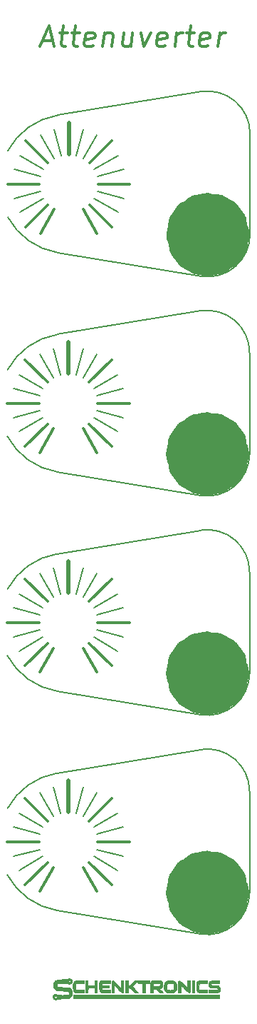
<source format=gbr>
G04 #@! TF.GenerationSoftware,KiCad,Pcbnew,(5.1.4)-1*
G04 #@! TF.CreationDate,2019-11-28T12:25:54-08:00*
G04 #@! TF.ProjectId,AttenuverterFaceplate,41747465-6e75-4766-9572-746572466163,rev?*
G04 #@! TF.SameCoordinates,Original*
G04 #@! TF.FileFunction,Legend,Top*
G04 #@! TF.FilePolarity,Positive*
%FSLAX46Y46*%
G04 Gerber Fmt 4.6, Leading zero omitted, Abs format (unit mm)*
G04 Created by KiCad (PCBNEW (5.1.4)-1) date 2019-11-28 12:25:54*
%MOMM*%
%LPD*%
G04 APERTURE LIST*
%ADD10C,0.300000*%
%ADD11C,0.200000*%
%ADD12C,5.000000*%
%ADD13C,0.500000*%
%ADD14C,0.010000*%
G04 APERTURE END LIST*
D10*
X119131130Y-34016666D02*
X120321607Y-34016666D01*
X118803750Y-34730952D02*
X119949583Y-32230952D01*
X120470416Y-34730952D01*
X121154940Y-33064285D02*
X122107321Y-33064285D01*
X121616250Y-32230952D02*
X121348392Y-34373809D01*
X121437678Y-34611904D01*
X121660892Y-34730952D01*
X121898988Y-34730952D01*
X122583511Y-33064285D02*
X123535892Y-33064285D01*
X123044821Y-32230952D02*
X122776964Y-34373809D01*
X122866250Y-34611904D01*
X123089464Y-34730952D01*
X123327559Y-34730952D01*
X125128154Y-34611904D02*
X124875178Y-34730952D01*
X124398988Y-34730952D01*
X124175773Y-34611904D01*
X124086488Y-34373809D01*
X124205535Y-33421428D01*
X124354345Y-33183333D01*
X124607321Y-33064285D01*
X125083511Y-33064285D01*
X125306726Y-33183333D01*
X125396011Y-33421428D01*
X125366250Y-33659523D01*
X124146011Y-33897619D01*
X126512083Y-33064285D02*
X126303750Y-34730952D01*
X126482321Y-33302380D02*
X126616250Y-33183333D01*
X126869226Y-33064285D01*
X127226369Y-33064285D01*
X127449583Y-33183333D01*
X127538869Y-33421428D01*
X127375178Y-34730952D01*
X129845416Y-33064285D02*
X129637083Y-34730952D01*
X128773988Y-33064285D02*
X128610297Y-34373809D01*
X128699583Y-34611904D01*
X128922797Y-34730952D01*
X129279940Y-34730952D01*
X129532916Y-34611904D01*
X129666845Y-34492857D01*
X130797797Y-33064285D02*
X131184702Y-34730952D01*
X131988273Y-33064285D01*
X133699583Y-34611904D02*
X133446607Y-34730952D01*
X132970416Y-34730952D01*
X132747202Y-34611904D01*
X132657916Y-34373809D01*
X132776964Y-33421428D01*
X132925773Y-33183333D01*
X133178750Y-33064285D01*
X133654940Y-33064285D01*
X133878154Y-33183333D01*
X133967440Y-33421428D01*
X133937678Y-33659523D01*
X132717440Y-33897619D01*
X134875178Y-34730952D02*
X135083511Y-33064285D01*
X135023988Y-33540476D02*
X135172797Y-33302380D01*
X135306726Y-33183333D01*
X135559702Y-33064285D01*
X135797797Y-33064285D01*
X136273988Y-33064285D02*
X137226369Y-33064285D01*
X136735297Y-32230952D02*
X136467440Y-34373809D01*
X136556726Y-34611904D01*
X136779940Y-34730952D01*
X137018035Y-34730952D01*
X138818630Y-34611904D02*
X138565654Y-34730952D01*
X138089464Y-34730952D01*
X137866250Y-34611904D01*
X137776964Y-34373809D01*
X137896011Y-33421428D01*
X138044821Y-33183333D01*
X138297797Y-33064285D01*
X138773988Y-33064285D01*
X138997202Y-33183333D01*
X139086488Y-33421428D01*
X139056726Y-33659523D01*
X137836488Y-33897619D01*
X139994226Y-34730952D02*
X140202559Y-33064285D01*
X140143035Y-33540476D02*
X140291845Y-33302380D01*
X140425773Y-33183333D01*
X140678750Y-33064285D01*
X140916845Y-33064285D01*
X118700000Y-129000000D02*
X114950000Y-129000000D01*
D11*
X118819259Y-129905867D02*
X115680000Y-130747029D01*
D10*
X119725126Y-131474874D02*
X117073475Y-134126525D01*
X120450000Y-132031089D02*
X118825000Y-134845672D01*
D11*
X119168911Y-130750000D02*
X116354328Y-132375000D01*
D10*
X119725126Y-126525127D02*
X117073475Y-123873476D01*
D11*
X118819259Y-128094134D02*
X115680000Y-127252972D01*
X119168911Y-127250000D02*
X116354328Y-125625000D01*
X120868372Y-137141823D02*
X137942953Y-139934438D01*
X114950000Y-125062997D02*
G75*
G02X120868372Y-120858178I7250000J-3937003D01*
G01*
X137942953Y-118065562D02*
G75*
G02X143750000Y-123000000I807047J-4934438D01*
G01*
X120868373Y-137141822D02*
G75*
G02X114950000Y-132937004I1331627J8141822D01*
G01*
X143750000Y-123000000D02*
X143750000Y-135000000D01*
D10*
X123950000Y-132031089D02*
X125575000Y-134845672D01*
D11*
X143750000Y-135000000D02*
G75*
G02X137942953Y-139934438I-5000000J0D01*
G01*
D10*
X124674873Y-131474874D02*
X127326524Y-134126525D01*
D11*
X120868372Y-120858178D02*
X137942953Y-118065563D01*
D12*
X141200000Y-135000000D02*
G75*
G03X141200000Y-135000000I-2450000J0D01*
G01*
D11*
X125231088Y-127250000D02*
X128045671Y-125625000D01*
X125231088Y-130750000D02*
X128045671Y-132375000D01*
D13*
X122200000Y-125500000D02*
X122200000Y-121750000D01*
D11*
X125580740Y-129905867D02*
X128719999Y-130747029D01*
X123950000Y-125968912D02*
X125575000Y-123154329D01*
X125580740Y-128094134D02*
X128719999Y-127252972D01*
D10*
X124674873Y-126525127D02*
X127326524Y-123873476D01*
D11*
X123105866Y-125619260D02*
X123947028Y-122480001D01*
X121294133Y-125619260D02*
X120452971Y-122480001D01*
X120450000Y-125968912D02*
X118825000Y-123154329D01*
D10*
X125700000Y-129000000D02*
X129450000Y-129000000D01*
X118700000Y-103000000D02*
X114950000Y-103000000D01*
D11*
X118819259Y-103905867D02*
X115680000Y-104747029D01*
D10*
X119725126Y-105474874D02*
X117073475Y-108126525D01*
X120450000Y-106031089D02*
X118825000Y-108845672D01*
D11*
X119168911Y-104750000D02*
X116354328Y-106375000D01*
D10*
X119725126Y-100525127D02*
X117073475Y-97873476D01*
D11*
X118819259Y-102094134D02*
X115680000Y-101252972D01*
X119168911Y-101250000D02*
X116354328Y-99625000D01*
X120868372Y-111141823D02*
X137942953Y-113934438D01*
X114950000Y-99062997D02*
G75*
G02X120868372Y-94858178I7250000J-3937003D01*
G01*
X137942953Y-92065562D02*
G75*
G02X143750000Y-97000000I807047J-4934438D01*
G01*
X120868373Y-111141822D02*
G75*
G02X114950000Y-106937004I1331627J8141822D01*
G01*
X143750000Y-97000000D02*
X143750000Y-109000000D01*
D10*
X123950000Y-106031089D02*
X125575000Y-108845672D01*
D11*
X143750000Y-109000000D02*
G75*
G02X137942953Y-113934438I-5000000J0D01*
G01*
D10*
X124674873Y-105474874D02*
X127326524Y-108126525D01*
D11*
X120868372Y-94858178D02*
X137942953Y-92065563D01*
D12*
X141200000Y-109000000D02*
G75*
G03X141200000Y-109000000I-2450000J0D01*
G01*
D11*
X125231088Y-101250000D02*
X128045671Y-99625000D01*
X125231088Y-104750000D02*
X128045671Y-106375000D01*
D13*
X122200000Y-99500000D02*
X122200000Y-95750000D01*
D11*
X125580740Y-103905867D02*
X128719999Y-104747029D01*
X123950000Y-99968912D02*
X125575000Y-97154329D01*
X125580740Y-102094134D02*
X128719999Y-101252972D01*
D10*
X124674873Y-100525127D02*
X127326524Y-97873476D01*
D11*
X123105866Y-99619260D02*
X123947028Y-96480001D01*
X121294133Y-99619260D02*
X120452971Y-96480001D01*
X120450000Y-99968912D02*
X118825000Y-97154329D01*
D10*
X125700000Y-103000000D02*
X129450000Y-103000000D01*
X118700000Y-77000000D02*
X114950000Y-77000000D01*
D11*
X118819259Y-77905867D02*
X115680000Y-78747029D01*
D10*
X119725126Y-79474874D02*
X117073475Y-82126525D01*
X120450000Y-80031089D02*
X118825000Y-82845672D01*
D11*
X119168911Y-78750000D02*
X116354328Y-80375000D01*
D10*
X119725126Y-74525127D02*
X117073475Y-71873476D01*
D11*
X118819259Y-76094134D02*
X115680000Y-75252972D01*
X119168911Y-75250000D02*
X116354328Y-73625000D01*
X120868372Y-85141823D02*
X137942953Y-87934438D01*
X114950000Y-73062997D02*
G75*
G02X120868372Y-68858178I7250000J-3937003D01*
G01*
X137942953Y-66065562D02*
G75*
G02X143750000Y-71000000I807047J-4934438D01*
G01*
X120868373Y-85141822D02*
G75*
G02X114950000Y-80937004I1331627J8141822D01*
G01*
X143750000Y-71000000D02*
X143750000Y-83000000D01*
D10*
X123950000Y-80031089D02*
X125575000Y-82845672D01*
D11*
X143750000Y-83000000D02*
G75*
G02X137942953Y-87934438I-5000000J0D01*
G01*
D10*
X124674873Y-79474874D02*
X127326524Y-82126525D01*
D11*
X120868372Y-68858178D02*
X137942953Y-66065563D01*
D12*
X141200000Y-83000000D02*
G75*
G03X141200000Y-83000000I-2450000J0D01*
G01*
D11*
X125231088Y-75250000D02*
X128045671Y-73625000D01*
X125231088Y-78750000D02*
X128045671Y-80375000D01*
D13*
X122200000Y-73500000D02*
X122200000Y-69750000D01*
D11*
X125580740Y-77905867D02*
X128719999Y-78747029D01*
X123950000Y-73968912D02*
X125575000Y-71154329D01*
X125580740Y-76094134D02*
X128719999Y-75252972D01*
D10*
X124674873Y-74525127D02*
X127326524Y-71873476D01*
D11*
X123105866Y-73619260D02*
X123947028Y-70480001D01*
X121294133Y-73619260D02*
X120452971Y-70480001D01*
X120450000Y-73968912D02*
X118825000Y-71154329D01*
D10*
X125700000Y-77000000D02*
X129450000Y-77000000D01*
D12*
X141250000Y-57000000D02*
G75*
G03X141250000Y-57000000I-2450000J0D01*
G01*
D10*
X118750000Y-51000000D02*
X115000000Y-51000000D01*
D11*
X118869259Y-51905867D02*
X115730000Y-52747029D01*
D10*
X119775126Y-53474874D02*
X117123475Y-56126525D01*
X120500000Y-54031089D02*
X118875000Y-56845672D01*
D11*
X119218911Y-52750000D02*
X116404328Y-54375000D01*
D10*
X119775126Y-48525127D02*
X117123475Y-45873476D01*
D11*
X118869259Y-50094134D02*
X115730000Y-49252972D01*
X119218911Y-49250000D02*
X116404328Y-47625000D01*
X120918372Y-59141823D02*
X137992953Y-61934438D01*
X115000000Y-47062997D02*
G75*
G02X120918372Y-42858178I7250000J-3937003D01*
G01*
X137992953Y-40065562D02*
G75*
G02X143800000Y-45000000I807047J-4934438D01*
G01*
X120918373Y-59141822D02*
G75*
G02X115000000Y-54937004I1331627J8141822D01*
G01*
X143800000Y-45000000D02*
X143800000Y-57000000D01*
D10*
X124000000Y-54031089D02*
X125625000Y-56845672D01*
D11*
X143800000Y-57000000D02*
G75*
G02X137992953Y-61934438I-5000000J0D01*
G01*
D10*
X124724873Y-53474874D02*
X127376524Y-56126525D01*
D11*
X120918372Y-42858178D02*
X137992953Y-40065563D01*
X125281088Y-49250000D02*
X128095671Y-47625000D01*
X125281088Y-52750000D02*
X128095671Y-54375000D01*
D13*
X122250000Y-47500000D02*
X122250000Y-43750000D01*
D11*
X125630740Y-51905867D02*
X128769999Y-52747029D01*
X124000000Y-47968912D02*
X125625000Y-45154329D01*
X125630740Y-50094134D02*
X128769999Y-49252972D01*
D10*
X124724873Y-48525127D02*
X127376524Y-45873476D01*
D11*
X123155866Y-47619260D02*
X123997028Y-44480001D01*
X121344133Y-47619260D02*
X120502971Y-44480001D01*
X120500000Y-47968912D02*
X118875000Y-45154329D01*
D10*
X125750000Y-51000000D02*
X129500000Y-51000000D01*
D14*
G36*
X122393131Y-145209285D02*
G01*
X122457426Y-145239357D01*
X122528883Y-145303876D01*
X122529864Y-145304885D01*
X122593577Y-145379891D01*
X122623092Y-145447873D01*
X122630000Y-145529722D01*
X122622362Y-145615085D01*
X122591556Y-145681644D01*
X122530281Y-145751170D01*
X122456807Y-145815089D01*
X122389480Y-145844343D01*
X122311559Y-145850783D01*
X122197818Y-145834199D01*
X122100151Y-145794339D01*
X122062842Y-145774403D01*
X122019949Y-145759777D01*
X121962545Y-145749653D01*
X121881703Y-145743223D01*
X121768498Y-145739680D01*
X121614001Y-145738218D01*
X121477126Y-145738000D01*
X121291625Y-145738240D01*
X121154156Y-145739581D01*
X121056304Y-145742950D01*
X120989657Y-145749275D01*
X120945801Y-145759485D01*
X120916325Y-145774509D01*
X120892814Y-145795273D01*
X120885142Y-145803319D01*
X120834683Y-145891667D01*
X120819277Y-145997807D01*
X120838232Y-146101223D01*
X120890852Y-146181399D01*
X120898139Y-146187507D01*
X120926999Y-146207576D01*
X120960869Y-146222457D01*
X121008096Y-146232919D01*
X121077029Y-146239734D01*
X121176017Y-146243671D01*
X121313409Y-146245501D01*
X121497553Y-146245993D01*
X121532081Y-146246000D01*
X121729698Y-146246587D01*
X121880521Y-146248868D01*
X121994194Y-146253626D01*
X122080361Y-146261640D01*
X122148664Y-146273691D01*
X122208748Y-146290562D01*
X122246239Y-146303835D01*
X122413529Y-146394020D01*
X122540242Y-146521578D01*
X122622732Y-146681200D01*
X122657355Y-146867573D01*
X122658222Y-146904104D01*
X122636593Y-147105369D01*
X122570691Y-147272430D01*
X122458992Y-147407940D01*
X122310750Y-147508986D01*
X122260674Y-147534406D01*
X122214537Y-147553641D01*
X122163529Y-147567711D01*
X122098835Y-147577635D01*
X122011644Y-147584434D01*
X121893142Y-147589126D01*
X121734518Y-147592732D01*
X121561233Y-147595710D01*
X121357594Y-147599533D01*
X121202302Y-147603935D01*
X121087261Y-147609662D01*
X121004376Y-147617463D01*
X120945549Y-147628083D01*
X120902684Y-147642269D01*
X120869789Y-147659474D01*
X120738360Y-147709671D01*
X120604080Y-147707377D01*
X120479285Y-147653563D01*
X120443760Y-147625965D01*
X120382530Y-147565462D01*
X120353156Y-147508755D01*
X120344331Y-147429889D01*
X120344038Y-147400716D01*
X120521857Y-147400716D01*
X120525522Y-147425275D01*
X120571902Y-147491015D01*
X120647016Y-147520573D01*
X120733502Y-147510340D01*
X120788500Y-147479941D01*
X120822016Y-147425450D01*
X120813967Y-147361108D01*
X120772975Y-147302893D01*
X120707663Y-147266787D01*
X120670914Y-147262000D01*
X120598939Y-147283411D01*
X120543912Y-147335648D01*
X120521857Y-147400716D01*
X120344038Y-147400716D01*
X120344000Y-147396938D01*
X120348888Y-147305565D01*
X120371499Y-147243255D01*
X120423750Y-147182929D01*
X120448293Y-147159973D01*
X120562264Y-147086459D01*
X120683752Y-147061128D01*
X120800525Y-147085141D01*
X120859701Y-147120889D01*
X120887268Y-147139758D01*
X120920732Y-147153896D01*
X120968087Y-147163981D01*
X121037325Y-147170688D01*
X121136437Y-147174693D01*
X121273415Y-147176674D01*
X121456252Y-147177305D01*
X121526729Y-147177333D01*
X121725717Y-147177014D01*
X121876039Y-147175615D01*
X121985473Y-147172468D01*
X122061795Y-147166908D01*
X122112784Y-147158270D01*
X122146217Y-147145888D01*
X122169870Y-147129096D01*
X122177727Y-147121606D01*
X122242687Y-147020137D01*
X122258338Y-146903446D01*
X122224034Y-146784906D01*
X122196124Y-146739889D01*
X122179354Y-146721446D01*
X122154519Y-146707178D01*
X122114282Y-146696291D01*
X122051307Y-146687992D01*
X121958257Y-146681490D01*
X121827795Y-146675992D01*
X121652583Y-146670704D01*
X121524621Y-146667347D01*
X121296841Y-146660705D01*
X121117484Y-146652644D01*
X120978530Y-146641450D01*
X120871956Y-146625406D01*
X120789743Y-146602799D01*
X120723870Y-146571912D01*
X120666315Y-146531030D01*
X120609058Y-146478440D01*
X120600254Y-146469690D01*
X120507333Y-146363113D01*
X120450463Y-146257447D01*
X120422211Y-146133518D01*
X120415116Y-145992000D01*
X120418095Y-145871111D01*
X120431136Y-145784145D01*
X120459241Y-145708807D01*
X120492275Y-145648122D01*
X120543077Y-145571983D01*
X122159215Y-145571983D01*
X122199469Y-145627744D01*
X122284207Y-145652473D01*
X122308362Y-145653333D01*
X122377663Y-145644934D01*
X122411385Y-145611828D01*
X122420344Y-145584814D01*
X122426435Y-145505703D01*
X122418484Y-145456254D01*
X122394627Y-145416016D01*
X122346393Y-145402870D01*
X122296506Y-145404828D01*
X122220954Y-145420219D01*
X122180282Y-145458699D01*
X122167048Y-145489369D01*
X122159215Y-145571983D01*
X120543077Y-145571983D01*
X120559032Y-145548072D01*
X120633019Y-145469611D01*
X120721729Y-145410288D01*
X120832655Y-145367654D01*
X120973288Y-145339259D01*
X121151122Y-145322652D01*
X121373649Y-145315384D01*
X121512652Y-145314480D01*
X121697063Y-145313901D01*
X121834055Y-145311748D01*
X121932651Y-145307168D01*
X122001872Y-145299309D01*
X122050738Y-145287319D01*
X122088273Y-145270344D01*
X122107889Y-145258222D01*
X122209023Y-145215672D01*
X122311141Y-145201963D01*
X122393131Y-145209285D01*
X122393131Y-145209285D01*
G37*
X122393131Y-145209285D02*
X122457426Y-145239357D01*
X122528883Y-145303876D01*
X122529864Y-145304885D01*
X122593577Y-145379891D01*
X122623092Y-145447873D01*
X122630000Y-145529722D01*
X122622362Y-145615085D01*
X122591556Y-145681644D01*
X122530281Y-145751170D01*
X122456807Y-145815089D01*
X122389480Y-145844343D01*
X122311559Y-145850783D01*
X122197818Y-145834199D01*
X122100151Y-145794339D01*
X122062842Y-145774403D01*
X122019949Y-145759777D01*
X121962545Y-145749653D01*
X121881703Y-145743223D01*
X121768498Y-145739680D01*
X121614001Y-145738218D01*
X121477126Y-145738000D01*
X121291625Y-145738240D01*
X121154156Y-145739581D01*
X121056304Y-145742950D01*
X120989657Y-145749275D01*
X120945801Y-145759485D01*
X120916325Y-145774509D01*
X120892814Y-145795273D01*
X120885142Y-145803319D01*
X120834683Y-145891667D01*
X120819277Y-145997807D01*
X120838232Y-146101223D01*
X120890852Y-146181399D01*
X120898139Y-146187507D01*
X120926999Y-146207576D01*
X120960869Y-146222457D01*
X121008096Y-146232919D01*
X121077029Y-146239734D01*
X121176017Y-146243671D01*
X121313409Y-146245501D01*
X121497553Y-146245993D01*
X121532081Y-146246000D01*
X121729698Y-146246587D01*
X121880521Y-146248868D01*
X121994194Y-146253626D01*
X122080361Y-146261640D01*
X122148664Y-146273691D01*
X122208748Y-146290562D01*
X122246239Y-146303835D01*
X122413529Y-146394020D01*
X122540242Y-146521578D01*
X122622732Y-146681200D01*
X122657355Y-146867573D01*
X122658222Y-146904104D01*
X122636593Y-147105369D01*
X122570691Y-147272430D01*
X122458992Y-147407940D01*
X122310750Y-147508986D01*
X122260674Y-147534406D01*
X122214537Y-147553641D01*
X122163529Y-147567711D01*
X122098835Y-147577635D01*
X122011644Y-147584434D01*
X121893142Y-147589126D01*
X121734518Y-147592732D01*
X121561233Y-147595710D01*
X121357594Y-147599533D01*
X121202302Y-147603935D01*
X121087261Y-147609662D01*
X121004376Y-147617463D01*
X120945549Y-147628083D01*
X120902684Y-147642269D01*
X120869789Y-147659474D01*
X120738360Y-147709671D01*
X120604080Y-147707377D01*
X120479285Y-147653563D01*
X120443760Y-147625965D01*
X120382530Y-147565462D01*
X120353156Y-147508755D01*
X120344331Y-147429889D01*
X120344038Y-147400716D01*
X120521857Y-147400716D01*
X120525522Y-147425275D01*
X120571902Y-147491015D01*
X120647016Y-147520573D01*
X120733502Y-147510340D01*
X120788500Y-147479941D01*
X120822016Y-147425450D01*
X120813967Y-147361108D01*
X120772975Y-147302893D01*
X120707663Y-147266787D01*
X120670914Y-147262000D01*
X120598939Y-147283411D01*
X120543912Y-147335648D01*
X120521857Y-147400716D01*
X120344038Y-147400716D01*
X120344000Y-147396938D01*
X120348888Y-147305565D01*
X120371499Y-147243255D01*
X120423750Y-147182929D01*
X120448293Y-147159973D01*
X120562264Y-147086459D01*
X120683752Y-147061128D01*
X120800525Y-147085141D01*
X120859701Y-147120889D01*
X120887268Y-147139758D01*
X120920732Y-147153896D01*
X120968087Y-147163981D01*
X121037325Y-147170688D01*
X121136437Y-147174693D01*
X121273415Y-147176674D01*
X121456252Y-147177305D01*
X121526729Y-147177333D01*
X121725717Y-147177014D01*
X121876039Y-147175615D01*
X121985473Y-147172468D01*
X122061795Y-147166908D01*
X122112784Y-147158270D01*
X122146217Y-147145888D01*
X122169870Y-147129096D01*
X122177727Y-147121606D01*
X122242687Y-147020137D01*
X122258338Y-146903446D01*
X122224034Y-146784906D01*
X122196124Y-146739889D01*
X122179354Y-146721446D01*
X122154519Y-146707178D01*
X122114282Y-146696291D01*
X122051307Y-146687992D01*
X121958257Y-146681490D01*
X121827795Y-146675992D01*
X121652583Y-146670704D01*
X121524621Y-146667347D01*
X121296841Y-146660705D01*
X121117484Y-146652644D01*
X120978530Y-146641450D01*
X120871956Y-146625406D01*
X120789743Y-146602799D01*
X120723870Y-146571912D01*
X120666315Y-146531030D01*
X120609058Y-146478440D01*
X120600254Y-146469690D01*
X120507333Y-146363113D01*
X120450463Y-146257447D01*
X120422211Y-146133518D01*
X120415116Y-145992000D01*
X120418095Y-145871111D01*
X120431136Y-145784145D01*
X120459241Y-145708807D01*
X120492275Y-145648122D01*
X120543077Y-145571983D01*
X122159215Y-145571983D01*
X122199469Y-145627744D01*
X122284207Y-145652473D01*
X122308362Y-145653333D01*
X122377663Y-145644934D01*
X122411385Y-145611828D01*
X122420344Y-145584814D01*
X122426435Y-145505703D01*
X122418484Y-145456254D01*
X122394627Y-145416016D01*
X122346393Y-145402870D01*
X122296506Y-145404828D01*
X122220954Y-145420219D01*
X122180282Y-145458699D01*
X122167048Y-145489369D01*
X122159215Y-145571983D01*
X120543077Y-145571983D01*
X120559032Y-145548072D01*
X120633019Y-145469611D01*
X120721729Y-145410288D01*
X120832655Y-145367654D01*
X120973288Y-145339259D01*
X121151122Y-145322652D01*
X121373649Y-145315384D01*
X121512652Y-145314480D01*
X121697063Y-145313901D01*
X121834055Y-145311748D01*
X121932651Y-145307168D01*
X122001872Y-145299309D01*
X122050738Y-145287319D01*
X122088273Y-145270344D01*
X122107889Y-145258222D01*
X122209023Y-145215672D01*
X122311141Y-145201963D01*
X122393131Y-145209285D01*
G36*
X140156000Y-147516000D02*
G01*
X122827556Y-147516000D01*
X122827556Y-147120889D01*
X140156000Y-147120889D01*
X140156000Y-147516000D01*
X140156000Y-147516000D01*
G37*
X140156000Y-147516000D02*
X122827556Y-147516000D01*
X122827556Y-147120889D01*
X140156000Y-147120889D01*
X140156000Y-147516000D01*
G36*
X127535130Y-145452814D02*
G01*
X127570325Y-145481186D01*
X127637893Y-145544018D01*
X127731280Y-145634897D01*
X127843933Y-145747408D01*
X127969296Y-145875140D01*
X128016800Y-145924156D01*
X128443778Y-146366228D01*
X128443778Y-145455778D01*
X128754222Y-145455778D01*
X128754222Y-146128737D01*
X128753916Y-146342268D01*
X128752656Y-146506464D01*
X128749934Y-146628434D01*
X128745240Y-146715283D01*
X128738063Y-146774121D01*
X128727895Y-146812054D01*
X128714225Y-146836191D01*
X128702611Y-146848403D01*
X128640050Y-146885424D01*
X128595768Y-146895111D01*
X128556738Y-146874465D01*
X128483497Y-146814491D01*
X128379238Y-146718133D01*
X128247151Y-146588335D01*
X128098576Y-146436500D01*
X127656615Y-145977889D01*
X127655085Y-146422389D01*
X127653556Y-146866889D01*
X127343111Y-146866889D01*
X127343111Y-145513523D01*
X127411774Y-145468533D01*
X127478703Y-145439685D01*
X127535130Y-145452814D01*
X127535130Y-145452814D01*
G37*
X127535130Y-145452814D02*
X127570325Y-145481186D01*
X127637893Y-145544018D01*
X127731280Y-145634897D01*
X127843933Y-145747408D01*
X127969296Y-145875140D01*
X128016800Y-145924156D01*
X128443778Y-146366228D01*
X128443778Y-145455778D01*
X128754222Y-145455778D01*
X128754222Y-146128737D01*
X128753916Y-146342268D01*
X128752656Y-146506464D01*
X128749934Y-146628434D01*
X128745240Y-146715283D01*
X128738063Y-146774121D01*
X128727895Y-146812054D01*
X128714225Y-146836191D01*
X128702611Y-146848403D01*
X128640050Y-146885424D01*
X128595768Y-146895111D01*
X128556738Y-146874465D01*
X128483497Y-146814491D01*
X128379238Y-146718133D01*
X128247151Y-146588335D01*
X128098576Y-146436500D01*
X127656615Y-145977889D01*
X127655085Y-146422389D01*
X127653556Y-146866889D01*
X127343111Y-146866889D01*
X127343111Y-145513523D01*
X127411774Y-145468533D01*
X127478703Y-145439685D01*
X127535130Y-145452814D01*
G36*
X134556468Y-145447278D02*
G01*
X134628122Y-145456790D01*
X134685426Y-145474597D01*
X134742406Y-145503033D01*
X134771861Y-145520028D01*
X134901394Y-145618747D01*
X134991610Y-145743243D01*
X135046745Y-145901614D01*
X135070486Y-146090757D01*
X135068210Y-146311482D01*
X135034566Y-146490347D01*
X134967714Y-146633602D01*
X134880667Y-146734523D01*
X134793297Y-146800137D01*
X134699613Y-146851052D01*
X134661720Y-146864853D01*
X134563498Y-146881804D01*
X134431798Y-146890943D01*
X134284983Y-146892485D01*
X134141413Y-146886643D01*
X134019451Y-146873630D01*
X133944893Y-146856528D01*
X133797652Y-146787229D01*
X133688602Y-146694652D01*
X133613942Y-146572022D01*
X133569870Y-146412562D01*
X133552586Y-146209496D01*
X133552202Y-146174509D01*
X133862444Y-146174509D01*
X133863172Y-146298409D01*
X133867703Y-146379548D01*
X133879564Y-146431609D01*
X133902279Y-146468276D01*
X133939371Y-146503233D01*
X133949276Y-146511602D01*
X133993340Y-146545208D01*
X134038173Y-146566573D01*
X134097637Y-146578441D01*
X134185594Y-146583558D01*
X134315906Y-146584666D01*
X134318336Y-146584666D01*
X134447680Y-146583911D01*
X134534056Y-146579613D01*
X134590939Y-146568724D01*
X134631804Y-146548197D01*
X134670125Y-146514984D01*
X134683060Y-146502171D01*
X134724195Y-146457147D01*
X134748770Y-146413056D01*
X134761020Y-146353888D01*
X134765180Y-146263634D01*
X134765556Y-146190325D01*
X134758144Y-146023484D01*
X134731359Y-145901436D01*
X134678371Y-145818170D01*
X134592352Y-145767675D01*
X134466475Y-145743941D01*
X134293912Y-145740958D01*
X134256457Y-145742196D01*
X134132883Y-145748100D01*
X134051828Y-145756852D01*
X133999374Y-145772257D01*
X133961603Y-145798120D01*
X133930537Y-145831296D01*
X133898116Y-145874362D01*
X133877947Y-145921256D01*
X133867188Y-145986308D01*
X133862995Y-146083845D01*
X133862444Y-146174509D01*
X133552202Y-146174509D01*
X133552000Y-146156215D01*
X133560287Y-145972468D01*
X133587828Y-145829811D01*
X133638639Y-145714985D01*
X133715775Y-145615744D01*
X133791832Y-145546789D01*
X133874676Y-145498555D01*
X133976167Y-145467632D01*
X134108167Y-145450612D01*
X134282536Y-145444085D01*
X134314000Y-145443794D01*
X134456435Y-145443724D01*
X134556468Y-145447278D01*
X134556468Y-145447278D01*
G37*
X134556468Y-145447278D02*
X134628122Y-145456790D01*
X134685426Y-145474597D01*
X134742406Y-145503033D01*
X134771861Y-145520028D01*
X134901394Y-145618747D01*
X134991610Y-145743243D01*
X135046745Y-145901614D01*
X135070486Y-146090757D01*
X135068210Y-146311482D01*
X135034566Y-146490347D01*
X134967714Y-146633602D01*
X134880667Y-146734523D01*
X134793297Y-146800137D01*
X134699613Y-146851052D01*
X134661720Y-146864853D01*
X134563498Y-146881804D01*
X134431798Y-146890943D01*
X134284983Y-146892485D01*
X134141413Y-146886643D01*
X134019451Y-146873630D01*
X133944893Y-146856528D01*
X133797652Y-146787229D01*
X133688602Y-146694652D01*
X133613942Y-146572022D01*
X133569870Y-146412562D01*
X133552586Y-146209496D01*
X133552202Y-146174509D01*
X133862444Y-146174509D01*
X133863172Y-146298409D01*
X133867703Y-146379548D01*
X133879564Y-146431609D01*
X133902279Y-146468276D01*
X133939371Y-146503233D01*
X133949276Y-146511602D01*
X133993340Y-146545208D01*
X134038173Y-146566573D01*
X134097637Y-146578441D01*
X134185594Y-146583558D01*
X134315906Y-146584666D01*
X134318336Y-146584666D01*
X134447680Y-146583911D01*
X134534056Y-146579613D01*
X134590939Y-146568724D01*
X134631804Y-146548197D01*
X134670125Y-146514984D01*
X134683060Y-146502171D01*
X134724195Y-146457147D01*
X134748770Y-146413056D01*
X134761020Y-146353888D01*
X134765180Y-146263634D01*
X134765556Y-146190325D01*
X134758144Y-146023484D01*
X134731359Y-145901436D01*
X134678371Y-145818170D01*
X134592352Y-145767675D01*
X134466475Y-145743941D01*
X134293912Y-145740958D01*
X134256457Y-145742196D01*
X134132883Y-145748100D01*
X134051828Y-145756852D01*
X133999374Y-145772257D01*
X133961603Y-145798120D01*
X133930537Y-145831296D01*
X133898116Y-145874362D01*
X133877947Y-145921256D01*
X133867188Y-145986308D01*
X133862995Y-146083845D01*
X133862444Y-146174509D01*
X133552202Y-146174509D01*
X133552000Y-146156215D01*
X133560287Y-145972468D01*
X133587828Y-145829811D01*
X133638639Y-145714985D01*
X133715775Y-145615744D01*
X133791832Y-145546789D01*
X133874676Y-145498555D01*
X133976167Y-145467632D01*
X134108167Y-145450612D01*
X134282536Y-145444085D01*
X134314000Y-145443794D01*
X134456435Y-145443724D01*
X134556468Y-145447278D01*
G36*
X135449684Y-145446084D02*
G01*
X135511875Y-145500595D01*
X135601065Y-145584653D01*
X135711307Y-145692579D01*
X135836655Y-145818695D01*
X135915468Y-145899523D01*
X136373936Y-146373000D01*
X136374222Y-145455778D01*
X136684667Y-145455778D01*
X136684667Y-146112720D01*
X136684121Y-146329073D01*
X136682198Y-146496053D01*
X136678464Y-146620725D01*
X136672490Y-146710153D01*
X136663845Y-146771400D01*
X136652095Y-146811531D01*
X136640733Y-146832387D01*
X136607033Y-146872503D01*
X136570815Y-146893185D01*
X136526972Y-146891180D01*
X136470396Y-146863234D01*
X136395981Y-146806091D01*
X136298618Y-146716499D01*
X136173199Y-146591202D01*
X136030630Y-146443670D01*
X135904168Y-146312625D01*
X135790379Y-146196519D01*
X135695136Y-146101194D01*
X135624309Y-146032496D01*
X135583770Y-145996267D01*
X135576944Y-145992114D01*
X135569691Y-146018695D01*
X135563508Y-146092123D01*
X135558861Y-146202807D01*
X135556214Y-146341153D01*
X135555778Y-146429444D01*
X135555778Y-146866889D01*
X135245333Y-146866889D01*
X135245333Y-145566101D01*
X135314606Y-145496828D01*
X135371490Y-145449544D01*
X135417355Y-145427073D01*
X135420439Y-145426801D01*
X135449684Y-145446084D01*
X135449684Y-145446084D01*
G37*
X135449684Y-145446084D02*
X135511875Y-145500595D01*
X135601065Y-145584653D01*
X135711307Y-145692579D01*
X135836655Y-145818695D01*
X135915468Y-145899523D01*
X136373936Y-146373000D01*
X136374222Y-145455778D01*
X136684667Y-145455778D01*
X136684667Y-146112720D01*
X136684121Y-146329073D01*
X136682198Y-146496053D01*
X136678464Y-146620725D01*
X136672490Y-146710153D01*
X136663845Y-146771400D01*
X136652095Y-146811531D01*
X136640733Y-146832387D01*
X136607033Y-146872503D01*
X136570815Y-146893185D01*
X136526972Y-146891180D01*
X136470396Y-146863234D01*
X136395981Y-146806091D01*
X136298618Y-146716499D01*
X136173199Y-146591202D01*
X136030630Y-146443670D01*
X135904168Y-146312625D01*
X135790379Y-146196519D01*
X135695136Y-146101194D01*
X135624309Y-146032496D01*
X135583770Y-145996267D01*
X135576944Y-145992114D01*
X135569691Y-146018695D01*
X135563508Y-146092123D01*
X135558861Y-146202807D01*
X135556214Y-146341153D01*
X135555778Y-146429444D01*
X135555778Y-146866889D01*
X135245333Y-146866889D01*
X135245333Y-145566101D01*
X135314606Y-145496828D01*
X135371490Y-145449544D01*
X135417355Y-145427073D01*
X135420439Y-145426801D01*
X135449684Y-145446084D01*
G36*
X124041111Y-145764889D02*
G01*
X123554278Y-145772611D01*
X123067444Y-145780333D01*
X123059592Y-146168389D01*
X123051740Y-146556444D01*
X124041111Y-146556444D01*
X124041111Y-146866889D01*
X123523174Y-146866889D01*
X123339135Y-146866537D01*
X123202426Y-146864844D01*
X123103933Y-146860853D01*
X123034543Y-146853605D01*
X122985141Y-146842144D01*
X122946615Y-146825513D01*
X122909850Y-146802754D01*
X122909340Y-146802411D01*
X122849828Y-146753389D01*
X122806200Y-146692104D01*
X122776152Y-146609615D01*
X122757376Y-146496983D01*
X122747568Y-146345266D01*
X122744482Y-146163188D01*
X122744933Y-146002071D01*
X122748776Y-145885178D01*
X122757382Y-145800328D01*
X122772122Y-145735336D01*
X122794367Y-145678020D01*
X122800581Y-145664867D01*
X122837979Y-145596856D01*
X122880949Y-145545299D01*
X122937456Y-145507957D01*
X123015466Y-145482590D01*
X123122943Y-145466961D01*
X123267853Y-145458829D01*
X123458160Y-145455956D01*
X123544432Y-145455778D01*
X124041111Y-145455778D01*
X124041111Y-145764889D01*
X124041111Y-145764889D01*
G37*
X124041111Y-145764889D02*
X123554278Y-145772611D01*
X123067444Y-145780333D01*
X123059592Y-146168389D01*
X123051740Y-146556444D01*
X124041111Y-146556444D01*
X124041111Y-146866889D01*
X123523174Y-146866889D01*
X123339135Y-146866537D01*
X123202426Y-146864844D01*
X123103933Y-146860853D01*
X123034543Y-146853605D01*
X122985141Y-146842144D01*
X122946615Y-146825513D01*
X122909850Y-146802754D01*
X122909340Y-146802411D01*
X122849828Y-146753389D01*
X122806200Y-146692104D01*
X122776152Y-146609615D01*
X122757376Y-146496983D01*
X122747568Y-146345266D01*
X122744482Y-146163188D01*
X122744933Y-146002071D01*
X122748776Y-145885178D01*
X122757382Y-145800328D01*
X122772122Y-145735336D01*
X122794367Y-145678020D01*
X122800581Y-145664867D01*
X122837979Y-145596856D01*
X122880949Y-145545299D01*
X122937456Y-145507957D01*
X123015466Y-145482590D01*
X123122943Y-145466961D01*
X123267853Y-145458829D01*
X123458160Y-145455956D01*
X123544432Y-145455778D01*
X124041111Y-145455778D01*
X124041111Y-145764889D01*
G36*
X124520889Y-146020222D02*
G01*
X125339333Y-146020222D01*
X125339333Y-145455778D01*
X125621556Y-145455778D01*
X125621556Y-146866889D01*
X125341377Y-146866889D01*
X125333300Y-146591722D01*
X125325222Y-146316555D01*
X124535000Y-146316555D01*
X124526922Y-146591722D01*
X124518845Y-146866889D01*
X124210444Y-146866889D01*
X124210444Y-145455778D01*
X124520889Y-145455778D01*
X124520889Y-146020222D01*
X124520889Y-146020222D01*
G37*
X124520889Y-146020222D02*
X125339333Y-146020222D01*
X125339333Y-145455778D01*
X125621556Y-145455778D01*
X125621556Y-146866889D01*
X125341377Y-146866889D01*
X125333300Y-146591722D01*
X125325222Y-146316555D01*
X124535000Y-146316555D01*
X124526922Y-146591722D01*
X124518845Y-146866889D01*
X124210444Y-146866889D01*
X124210444Y-145455778D01*
X124520889Y-145455778D01*
X124520889Y-146020222D01*
G36*
X127168197Y-145603944D02*
G01*
X127159667Y-145752111D01*
X126156193Y-145767531D01*
X126171889Y-146542333D01*
X127159667Y-146570555D01*
X127176727Y-146866889D01*
X126660197Y-146866246D01*
X126465883Y-146865095D01*
X126319355Y-146861753D01*
X126211974Y-146855560D01*
X126135102Y-146845857D01*
X126080102Y-146831983D01*
X126050479Y-146819678D01*
X125994164Y-146787837D01*
X125951341Y-146749932D01*
X125920188Y-146698261D01*
X125898882Y-146625118D01*
X125885602Y-146522801D01*
X125878525Y-146383605D01*
X125875830Y-146199826D01*
X125875556Y-146080084D01*
X125876221Y-145887873D01*
X125878610Y-145744371D01*
X125883315Y-145641853D01*
X125890925Y-145572596D01*
X125902031Y-145528875D01*
X125917224Y-145502966D01*
X125919905Y-145500127D01*
X125942321Y-145485155D01*
X125980419Y-145473887D01*
X126041432Y-145465829D01*
X126132594Y-145460488D01*
X126261138Y-145457371D01*
X126434299Y-145455984D01*
X126570491Y-145455778D01*
X127176727Y-145455778D01*
X127168197Y-145603944D01*
X127168197Y-145603944D01*
G37*
X127168197Y-145603944D02*
X127159667Y-145752111D01*
X126156193Y-145767531D01*
X126171889Y-146542333D01*
X127159667Y-146570555D01*
X127176727Y-146866889D01*
X126660197Y-146866246D01*
X126465883Y-146865095D01*
X126319355Y-146861753D01*
X126211974Y-146855560D01*
X126135102Y-146845857D01*
X126080102Y-146831983D01*
X126050479Y-146819678D01*
X125994164Y-146787837D01*
X125951341Y-146749932D01*
X125920188Y-146698261D01*
X125898882Y-146625118D01*
X125885602Y-146522801D01*
X125878525Y-146383605D01*
X125875830Y-146199826D01*
X125875556Y-146080084D01*
X125876221Y-145887873D01*
X125878610Y-145744371D01*
X125883315Y-145641853D01*
X125890925Y-145572596D01*
X125902031Y-145528875D01*
X125917224Y-145502966D01*
X125919905Y-145500127D01*
X125942321Y-145485155D01*
X125980419Y-145473887D01*
X126041432Y-145465829D01*
X126132594Y-145460488D01*
X126261138Y-145457371D01*
X126434299Y-145455984D01*
X126570491Y-145455778D01*
X127176727Y-145455778D01*
X127168197Y-145603944D01*
G36*
X129290444Y-146866889D02*
G01*
X128980000Y-146866889D01*
X128980000Y-145455778D01*
X129290444Y-145455778D01*
X129290444Y-146866889D01*
X129290444Y-146866889D01*
G37*
X129290444Y-146866889D02*
X128980000Y-146866889D01*
X128980000Y-145455778D01*
X129290444Y-145455778D01*
X129290444Y-146866889D01*
G36*
X131858667Y-145766222D02*
G01*
X131322444Y-145766222D01*
X131322444Y-146866889D01*
X131012000Y-146866889D01*
X131012000Y-145768266D01*
X130736833Y-145760188D01*
X130461667Y-145752111D01*
X130447556Y-145647356D01*
X130433444Y-145542601D01*
X130108889Y-145849758D01*
X129784333Y-146156915D01*
X130136688Y-146511902D01*
X130489042Y-146866889D01*
X130065497Y-146866889D01*
X129784333Y-146584666D01*
X129663728Y-146466050D01*
X129573715Y-146384047D01*
X129507298Y-146333161D01*
X129457483Y-146307899D01*
X129425029Y-146302444D01*
X129378739Y-146298770D01*
X129355652Y-146278066D01*
X129347725Y-146225805D01*
X129346889Y-146161333D01*
X129348550Y-146077821D01*
X129359886Y-146036181D01*
X129390424Y-146021837D01*
X129439141Y-146020222D01*
X129481561Y-146015170D01*
X129526615Y-145995937D01*
X129582394Y-145956405D01*
X129656993Y-145890459D01*
X129758505Y-145791982D01*
X129812556Y-145738000D01*
X130093719Y-145455778D01*
X131858667Y-145455778D01*
X131858667Y-145766222D01*
X131858667Y-145766222D01*
G37*
X131858667Y-145766222D02*
X131322444Y-145766222D01*
X131322444Y-146866889D01*
X131012000Y-146866889D01*
X131012000Y-145768266D01*
X130736833Y-145760188D01*
X130461667Y-145752111D01*
X130447556Y-145647356D01*
X130433444Y-145542601D01*
X130108889Y-145849758D01*
X129784333Y-146156915D01*
X130136688Y-146511902D01*
X130489042Y-146866889D01*
X130065497Y-146866889D01*
X129784333Y-146584666D01*
X129663728Y-146466050D01*
X129573715Y-146384047D01*
X129507298Y-146333161D01*
X129457483Y-146307899D01*
X129425029Y-146302444D01*
X129378739Y-146298770D01*
X129355652Y-146278066D01*
X129347725Y-146225805D01*
X129346889Y-146161333D01*
X129348550Y-146077821D01*
X129359886Y-146036181D01*
X129390424Y-146021837D01*
X129439141Y-146020222D01*
X129481561Y-146015170D01*
X129526615Y-145995937D01*
X129582394Y-145956405D01*
X129656993Y-145890459D01*
X129758505Y-145791982D01*
X129812556Y-145738000D01*
X130093719Y-145455778D01*
X131858667Y-145455778D01*
X131858667Y-145766222D01*
G36*
X132402498Y-145457959D02*
G01*
X132576654Y-145460058D01*
X132652892Y-145461203D01*
X133218079Y-145469889D01*
X133300373Y-145562056D01*
X133342494Y-145613972D01*
X133367149Y-145663983D01*
X133378951Y-145729514D01*
X133382513Y-145827993D01*
X133382667Y-145872941D01*
X133373113Y-146041004D01*
X133340761Y-146166766D01*
X133280078Y-146261666D01*
X133185527Y-146337142D01*
X133147535Y-146358889D01*
X133073847Y-146401282D01*
X133026055Y-146434311D01*
X133015859Y-146446201D01*
X133036063Y-146470193D01*
X133090727Y-146521872D01*
X133170820Y-146592944D01*
X133241556Y-146653487D01*
X133334610Y-146733037D01*
X133409025Y-146798598D01*
X133455802Y-146842122D01*
X133467333Y-146855453D01*
X133441359Y-146860807D01*
X133372421Y-146864819D01*
X133273996Y-146866794D01*
X133245543Y-146866889D01*
X133023752Y-146866889D01*
X132784558Y-146657205D01*
X132671540Y-146560863D01*
X132587782Y-146497456D01*
X132522440Y-146460201D01*
X132464669Y-146442314D01*
X132434849Y-146438483D01*
X132324333Y-146429444D01*
X132315803Y-146281278D01*
X132307272Y-146133111D01*
X132634586Y-146133111D01*
X132776114Y-146132408D01*
X132872958Y-146128932D01*
X132936872Y-146120627D01*
X132979612Y-146105443D01*
X133012933Y-146081324D01*
X133031172Y-146063838D01*
X133084182Y-145986128D01*
X133100423Y-145885214D01*
X133100444Y-145880394D01*
X133100444Y-145766222D01*
X132282000Y-145766222D01*
X132282000Y-146866889D01*
X131971556Y-146866889D01*
X131971556Y-146217778D01*
X131971794Y-146009458D01*
X131972915Y-145850156D01*
X131975529Y-145732448D01*
X131980246Y-145648907D01*
X131987675Y-145592108D01*
X131998426Y-145554626D01*
X132013109Y-145529035D01*
X132029630Y-145510592D01*
X132052071Y-145490861D01*
X132079646Y-145476366D01*
X132120415Y-145466467D01*
X132182440Y-145460525D01*
X132273780Y-145457902D01*
X132402498Y-145457959D01*
X132402498Y-145457959D01*
G37*
X132402498Y-145457959D02*
X132576654Y-145460058D01*
X132652892Y-145461203D01*
X133218079Y-145469889D01*
X133300373Y-145562056D01*
X133342494Y-145613972D01*
X133367149Y-145663983D01*
X133378951Y-145729514D01*
X133382513Y-145827993D01*
X133382667Y-145872941D01*
X133373113Y-146041004D01*
X133340761Y-146166766D01*
X133280078Y-146261666D01*
X133185527Y-146337142D01*
X133147535Y-146358889D01*
X133073847Y-146401282D01*
X133026055Y-146434311D01*
X133015859Y-146446201D01*
X133036063Y-146470193D01*
X133090727Y-146521872D01*
X133170820Y-146592944D01*
X133241556Y-146653487D01*
X133334610Y-146733037D01*
X133409025Y-146798598D01*
X133455802Y-146842122D01*
X133467333Y-146855453D01*
X133441359Y-146860807D01*
X133372421Y-146864819D01*
X133273996Y-146866794D01*
X133245543Y-146866889D01*
X133023752Y-146866889D01*
X132784558Y-146657205D01*
X132671540Y-146560863D01*
X132587782Y-146497456D01*
X132522440Y-146460201D01*
X132464669Y-146442314D01*
X132434849Y-146438483D01*
X132324333Y-146429444D01*
X132315803Y-146281278D01*
X132307272Y-146133111D01*
X132634586Y-146133111D01*
X132776114Y-146132408D01*
X132872958Y-146128932D01*
X132936872Y-146120627D01*
X132979612Y-146105443D01*
X133012933Y-146081324D01*
X133031172Y-146063838D01*
X133084182Y-145986128D01*
X133100423Y-145885214D01*
X133100444Y-145880394D01*
X133100444Y-145766222D01*
X132282000Y-145766222D01*
X132282000Y-146866889D01*
X131971556Y-146866889D01*
X131971556Y-146217778D01*
X131971794Y-146009458D01*
X131972915Y-145850156D01*
X131975529Y-145732448D01*
X131980246Y-145648907D01*
X131987675Y-145592108D01*
X131998426Y-145554626D01*
X132013109Y-145529035D01*
X132029630Y-145510592D01*
X132052071Y-145490861D01*
X132079646Y-145476366D01*
X132120415Y-145466467D01*
X132182440Y-145460525D01*
X132273780Y-145457902D01*
X132402498Y-145457959D01*
G36*
X137220889Y-146866889D02*
G01*
X136910444Y-146866889D01*
X136910444Y-145455778D01*
X137220889Y-145455778D01*
X137220889Y-146866889D01*
X137220889Y-146866889D01*
G37*
X137220889Y-146866889D02*
X136910444Y-146866889D01*
X136910444Y-145455778D01*
X137220889Y-145455778D01*
X137220889Y-146866889D01*
G36*
X138716667Y-145764889D02*
G01*
X138229833Y-145772611D01*
X137743000Y-145780333D01*
X137735152Y-146167719D01*
X137727305Y-146555104D01*
X138214930Y-146562830D01*
X138702556Y-146570555D01*
X138719616Y-146866889D01*
X138203086Y-146866783D01*
X138017336Y-146866239D01*
X137878915Y-146864124D01*
X137778713Y-146859586D01*
X137707620Y-146851774D01*
X137656523Y-146839834D01*
X137616314Y-146822915D01*
X137593135Y-146809721D01*
X137530649Y-146763406D01*
X137484621Y-146705813D01*
X137452722Y-146628208D01*
X137432621Y-146521855D01*
X137421989Y-146378021D01*
X137418496Y-146187971D01*
X137418444Y-146154744D01*
X137419580Y-145986701D01*
X137423733Y-145864250D01*
X137432019Y-145776573D01*
X137445553Y-145712848D01*
X137465454Y-145662255D01*
X137470227Y-145652893D01*
X137509667Y-145588385D01*
X137556394Y-145539508D01*
X137618377Y-145504156D01*
X137703586Y-145480222D01*
X137819989Y-145465599D01*
X137975555Y-145458181D01*
X138178256Y-145455860D01*
X138215722Y-145455821D01*
X138716667Y-145455778D01*
X138716667Y-145764889D01*
X138716667Y-145764889D01*
G37*
X138716667Y-145764889D02*
X138229833Y-145772611D01*
X137743000Y-145780333D01*
X137735152Y-146167719D01*
X137727305Y-146555104D01*
X138214930Y-146562830D01*
X138702556Y-146570555D01*
X138719616Y-146866889D01*
X138203086Y-146866783D01*
X138017336Y-146866239D01*
X137878915Y-146864124D01*
X137778713Y-146859586D01*
X137707620Y-146851774D01*
X137656523Y-146839834D01*
X137616314Y-146822915D01*
X137593135Y-146809721D01*
X137530649Y-146763406D01*
X137484621Y-146705813D01*
X137452722Y-146628208D01*
X137432621Y-146521855D01*
X137421989Y-146378021D01*
X137418496Y-146187971D01*
X137418444Y-146154744D01*
X137419580Y-145986701D01*
X137423733Y-145864250D01*
X137432019Y-145776573D01*
X137445553Y-145712848D01*
X137465454Y-145662255D01*
X137470227Y-145652893D01*
X137509667Y-145588385D01*
X137556394Y-145539508D01*
X137618377Y-145504156D01*
X137703586Y-145480222D01*
X137819989Y-145465599D01*
X137975555Y-145458181D01*
X138178256Y-145455860D01*
X138215722Y-145455821D01*
X138716667Y-145455778D01*
X138716667Y-145764889D01*
G36*
X140127778Y-145766222D02*
G01*
X139667756Y-145766222D01*
X139482002Y-145767297D01*
X139345313Y-145771606D01*
X139250331Y-145780772D01*
X139189700Y-145796421D01*
X139156062Y-145820176D01*
X139142059Y-145853661D01*
X139140000Y-145882739D01*
X139147909Y-145935562D01*
X139176700Y-145973261D01*
X139233971Y-145998195D01*
X139327316Y-146012723D01*
X139464334Y-146019205D01*
X139582673Y-146020222D01*
X139736565Y-146021387D01*
X139846427Y-146025945D01*
X139924642Y-146035490D01*
X139983596Y-146051617D01*
X140035673Y-146075919D01*
X140041810Y-146079326D01*
X140152054Y-146169749D01*
X140222194Y-146286542D01*
X140252200Y-146417672D01*
X140242045Y-146551105D01*
X140191701Y-146674806D01*
X140101137Y-146776740D01*
X140043551Y-146814308D01*
X140002760Y-146832893D01*
X139954083Y-146846576D01*
X139888686Y-146856081D01*
X139797734Y-146862131D01*
X139672394Y-146865449D01*
X139503831Y-146866760D01*
X139401496Y-146866889D01*
X138857778Y-146866889D01*
X138857778Y-146556444D01*
X139374244Y-146556444D01*
X139570628Y-146555604D01*
X139717624Y-146552143D01*
X139822278Y-146544651D01*
X139891636Y-146531719D01*
X139932740Y-146511936D01*
X139952637Y-146483891D01*
X139958370Y-146446176D01*
X139958444Y-146439511D01*
X139946011Y-146386981D01*
X139904513Y-146348860D01*
X139827655Y-146323326D01*
X139709140Y-146308555D01*
X139542671Y-146302723D01*
X139485097Y-146302444D01*
X139304872Y-146299364D01*
X139170883Y-146288055D01*
X139073153Y-146265418D01*
X139001707Y-146228353D01*
X138946567Y-146173759D01*
X138913080Y-146124685D01*
X138870022Y-146010557D01*
X138857883Y-145874221D01*
X138863066Y-145770050D01*
X138883731Y-145697319D01*
X138927298Y-145631602D01*
X138934071Y-145623439D01*
X138987905Y-145566048D01*
X139045384Y-145523293D01*
X139115583Y-145493081D01*
X139207576Y-145473320D01*
X139330438Y-145461918D01*
X139493243Y-145456781D01*
X139661205Y-145455778D01*
X140127778Y-145455778D01*
X140127778Y-145766222D01*
X140127778Y-145766222D01*
G37*
X140127778Y-145766222D02*
X139667756Y-145766222D01*
X139482002Y-145767297D01*
X139345313Y-145771606D01*
X139250331Y-145780772D01*
X139189700Y-145796421D01*
X139156062Y-145820176D01*
X139142059Y-145853661D01*
X139140000Y-145882739D01*
X139147909Y-145935562D01*
X139176700Y-145973261D01*
X139233971Y-145998195D01*
X139327316Y-146012723D01*
X139464334Y-146019205D01*
X139582673Y-146020222D01*
X139736565Y-146021387D01*
X139846427Y-146025945D01*
X139924642Y-146035490D01*
X139983596Y-146051617D01*
X140035673Y-146075919D01*
X140041810Y-146079326D01*
X140152054Y-146169749D01*
X140222194Y-146286542D01*
X140252200Y-146417672D01*
X140242045Y-146551105D01*
X140191701Y-146674806D01*
X140101137Y-146776740D01*
X140043551Y-146814308D01*
X140002760Y-146832893D01*
X139954083Y-146846576D01*
X139888686Y-146856081D01*
X139797734Y-146862131D01*
X139672394Y-146865449D01*
X139503831Y-146866760D01*
X139401496Y-146866889D01*
X138857778Y-146866889D01*
X138857778Y-146556444D01*
X139374244Y-146556444D01*
X139570628Y-146555604D01*
X139717624Y-146552143D01*
X139822278Y-146544651D01*
X139891636Y-146531719D01*
X139932740Y-146511936D01*
X139952637Y-146483891D01*
X139958370Y-146446176D01*
X139958444Y-146439511D01*
X139946011Y-146386981D01*
X139904513Y-146348860D01*
X139827655Y-146323326D01*
X139709140Y-146308555D01*
X139542671Y-146302723D01*
X139485097Y-146302444D01*
X139304872Y-146299364D01*
X139170883Y-146288055D01*
X139073153Y-146265418D01*
X139001707Y-146228353D01*
X138946567Y-146173759D01*
X138913080Y-146124685D01*
X138870022Y-146010557D01*
X138857883Y-145874221D01*
X138863066Y-145770050D01*
X138883731Y-145697319D01*
X138927298Y-145631602D01*
X138934071Y-145623439D01*
X138987905Y-145566048D01*
X139045384Y-145523293D01*
X139115583Y-145493081D01*
X139207576Y-145473320D01*
X139330438Y-145461918D01*
X139493243Y-145456781D01*
X139661205Y-145455778D01*
X140127778Y-145455778D01*
X140127778Y-145766222D01*
G36*
X127032667Y-146302444D02*
G01*
X126214222Y-146302444D01*
X126214222Y-146020222D01*
X127032667Y-146020222D01*
X127032667Y-146302444D01*
X127032667Y-146302444D01*
G37*
X127032667Y-146302444D02*
X126214222Y-146302444D01*
X126214222Y-146020222D01*
X127032667Y-146020222D01*
X127032667Y-146302444D01*
M02*

</source>
